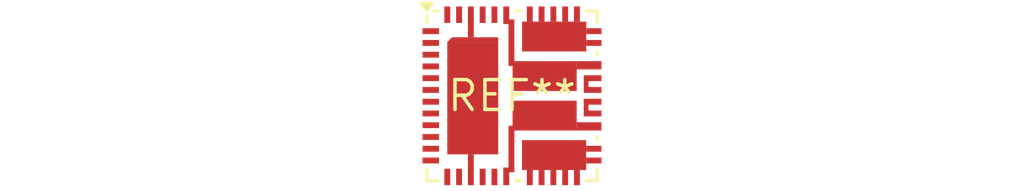
<source format=kicad_pcb>
(kicad_pcb (version 20240108) (generator pcbnew)
  (layers (0 "F.Cu" signal) (31 "B.Cu" signal) (34 "B.Paste" user) (35 "F.Paste" user) (36 "B.SilkS" user "B.Silkscreen") (37 "F.SilkS" user "F.Silkscreen") (38 "B.Mask" user) (39 "F.Mask" user) (44 "Edge.Cuts" user))
  (net 0 "")
  (footprint "Infineon_PQFN-44-31-5EP_7x7mm_P0.5mm" (layer "F.Cu") (at 0 0)
    (property "Reference" "REF**")
    (property "Value" "Infineon_PQFN-44-31-5EP_7x7mm_P0.5mm")
    (fp_line (start -3.61 -3.38) (end -3.61 -3.14) (layer "F.SilkS") (stroke (width 0.12)))
    (fp_line (start -3.61 3.61) (end -3.61 3.14) (layer "F.SilkS") (stroke (width 0.12)))
    (fp_line (start -3.14 3.61) (end -3.61 3.61) (layer "F.SilkS") (stroke (width 0.12)))
    (fp_line (start -3.13 -3.61) (end -3.32 -3.61) (layer "F.SilkS") (stroke (width 0.12)))
    (fp_line (start 0.14 -3.61) (end 0.37 -3.61) (layer "F.SilkS") (stroke (width 0.12)))
    (fp_line (start 0.14 3.61) (end 0.37 3.61) (layer "F.SilkS") (stroke (width 0.12)))
    (fp_line (start 3.61 -3.605) (end 3.14 -3.605) (layer "F.SilkS") (stroke (width 0.12)))
    (fp_line (start 3.61 -3.605) (end 3.61 -3.135) (layer "F.SilkS") (stroke (width 0.12)))
    (fp_line (start 3.61 -1.86) (end 3.61 -1.74) (layer "F.SilkS") (stroke (width 0.12)))
    (fp_line (start 3.61 1.86) (end 3.61 1.74) (layer "F.SilkS") (stroke (width 0.12)))
    (fp_line (start 3.61 3.135) (end 3.61 3.605) (layer "F.SilkS") (stroke (width 0.12)))
    (fp_line (start 3.61 3.605) (end 3.14 3.605) (layer "F.SilkS") (stroke (width 0.12)))
    (fp_poly (pts (xy -3.62 -3.62) (xy -3.86 -3.95) (xy -3.38 -3.95) (xy -3.62 -3.62)) (layer "F.SilkS") (stroke (width 0.12)) (fill solid))
    (pad "1" smd rect (at -3.4465 -2.75) (size 0.7 0.25) (layers "F.Cu" "F.Mask"))
    (pad "2" smd rect (at -3.4465 -2.25) (size 0.7 0.25) (layers "F.Cu" "F.Mask"))
    (pad "3" smd rect (at -3.4465 -1.75) (size 0.7 0.25) (layers "F.Cu" "F.Mask"))
    (pad "4" smd rect (at -3.4465 -1.25) (size 0.7 0.25) (layers "F.Cu" "F.Mask"))
    (pad "5" smd rect (at -3.4465 -0.75) (size 0.7 0.25) (layers "F.Cu" "F.Mask"))
    (pad "6" smd rect (at -3.4465 -0.25) (size 0.7 0.25) (layers "F.Cu" "F.Mask"))
    (pad "7" smd rect (at -3.4465 0.25) (size 0.7 0.25) (layers "F.Cu" "F.Mask"))
    (pad "8" smd rect (at -3.4465 0.75) (size 0.7 0.25) (layers "F.Cu" "F.Mask"))
    (pad "9" smd rect (at -3.4465 1.25) (size 0.7 0.25) (layers "F.Cu" "F.Mask"))
    (pad "10" smd rect (at -3.4465 1.75) (size 0.7 0.25) (layers "F.Cu" "F.Mask"))
    (pad "11" smd rect (at -3.4465 2.25) (size 0.7 0.25) (layers "F.Cu" "F.Mask"))
    (pad "12" smd rect (at -3.4465 2.75) (size 0.7 0.25) (layers "F.Cu" "F.Mask"))
    (pad "13" smd rect (at -2.7465 3.45) (size 0.25 0.7) (layers "F.Cu" "F.Mask"))
    (pad "14" smd rect (at -2.2465 3.45) (size 0.25 0.7) (layers "F.Cu" "F.Mask"))
    (pad "16" smd rect (at -1.2465 3.45) (size 0.25 0.7) (layers "F.Cu" "F.Mask"))
    (pad "17" smd rect (at -0.7465 3.45) (size 0.25 0.7) (layers "F.Cu" "F.Mask"))
    (pad "19" smd rect (at 0.7535 3.4775) (size 0.25 0.645) (layers "F.Cu" "F.Mask"))
    (pad "19" smd rect (at 1.2535 3.4775) (size 0.25 0.645) (layers "F.Cu" "F.Mask"))
    (pad "19" smd rect (at 1.7535 3.4775) (size 0.25 0.645) (layers "F.Cu" "F.Mask"))
    (pad "19" smd rect (at 1.7835 2.52) (size 2.72 1.27) (layers "F.Cu" "F.Mask"))
    (pad "19" smd rect (at 2.2535 3.4775) (size 0.25 0.645) (layers "F.Cu" "F.Mask"))
    (pad "19" smd rect (at 2.7535 3.4775) (size 0.25 0.645) (layers "F.Cu" "F.Mask"))
    (pad "19" smd rect (at 3.4685 2.25) (size 0.65 0.25) (layers "F.Cu" "F.Mask"))
    (pad "19" smd rect (at 3.4685 2.75) (size 0.65 0.25) (layers "F.Cu" "F.Mask"))
    (pad "20" smd rect (at -0.2465 3.425) (size 0.25 0.75) (layers "F.Cu" "F.Mask"))
    (pad "20" smd rect (at -0.0265 2.26) (size 0.25 1.98) (layers "F.Cu" "F.Mask"))
    (pad "20" smd rect (at 1.3835 0.84) (size 2.72 1.27) (layers "F.Cu" "F.Mask"))
    (pad "20" smd rect (at 3.2685 1.3) (size 1.05 0.35) (layers "F.Cu" "F.Mask"))
    (pad "21" smd rect (at 3.1435 0.5) (size 0.2 0.75) (layers "F.Cu" "F.Mask"))
    (pad "21" smd rect (at 3.5185 0.25) (size 0.55 0.25) (layers "F.Cu" "F.Mask"))
    (pad "21" smd rect (at 3.5185 0.75) (size 0.55 0.25) (layers "F.Cu" "F.Mask"))
    (pad "22" smd rect (at 3.1435 -0.5) (size 0.2 0.75) (layers "F.Cu" "F.Mask"))
    (pad "22" smd rect (at 3.5185 -0.75) (size 0.55 0.25) (layers "F.Cu" "F.Mask"))
    (pad "22" smd rect (at 3.5185 -0.25) (size 0.55 0.25) (layers "F.Cu" "F.Mask"))
    (pad "23" smd rect (at -0.2465 -3.425) (size 0.25 0.75) (layers "F.Cu" "F.Mask"))
    (pad "23" smd rect (at -0.0265 -2.26) (size 0.25 1.98) (layers "F.Cu" "F.Mask"))
    (pad "23" smd rect (at 1.3835 -0.84) (size 2.72 1.27) (layers "F.Cu" "F.Mask"))
    (pad "23" smd rect (at 3.2685 -1.3) (size 1.05 0.35) (layers "F.Cu" "F.Mask"))
    (pad "24" smd rect (at 0.7535 -3.4775) (size 0.25 0.645) (layers "F.Cu" "F.Mask"))
    (pad "24" smd rect (at 1.2535 -3.4775) (size 0.25 0.645) (layers "F.Cu" "F.Mask"))
    (pad "24" smd rect (at 1.7535 -3.4775) (size 0.25 0.645) (layers "F.Cu" "F.Mask"))
    (pad "24" smd rect (at 1.7865 -2.52) (size 2.72 1.27) (layers "F.Cu" "F.Mask"))
    (pad "24" smd rect (at 2.2535 -3.4775) (size 0.25 0.645) (layers "F.Cu" "F.Mask"))
    (pad "24" smd rect (at 2.7535 -3.4775) (size 0.25 0.645) (layers "F.Cu" "F.Mask"))
    (pad "24" smd rect (at 3.4715 -2.75) (size 0.65 0.25) (layers "F.Cu" "F.Mask"))
    (pad "24" smd rect (at 3.4715 -2.25) (size 0.65 0.25) (layers "F.Cu" "F.Mask"))
    (pad "26" smd rect (at -0.7465 -3.45) (size 0.25 0.7) (layers "F.Cu" "F.Mask"))
    (pad "27" smd rect (at -1.2465 -3.45) (size 0.25 0.7) (layers "F.Cu" "F.Mask"))
    (pad "29" smd rect (at -2.2465 -3.45) (size 0.25 0.7) (layers "F.Cu" "F.Mask"))
    (pad "30" smd rect (at -2.7465 -3.45) (size 0.25 0.7) (layers "F.Cu" "F.Mask"))
    (pad "31" smd rect (at -2.5465 -2.29 45) (size 0.283 0.282843) (layers "F.Cu" "F.Mask"))
    (pad "31" smd rect (at -1.7465 -3.145) (size 0.25 1.31) (layers "F.Cu" "F.Mask"))
    (pad "31" smd rect (at -1.7465 3.145) (size 0.25 1.31) (layers "F.Cu" "F.Mask"))
    (pad "31" smd rect (at -1.6665 0.1) (size 2.16 4.78) (layers "F.Cu" "F.Mask"))
    (pad "31" smd rect (at -1.5665 -2.39) (size 1.96 0.2) (layers "F.Cu" "F.Mask"))
  )
)
</source>
